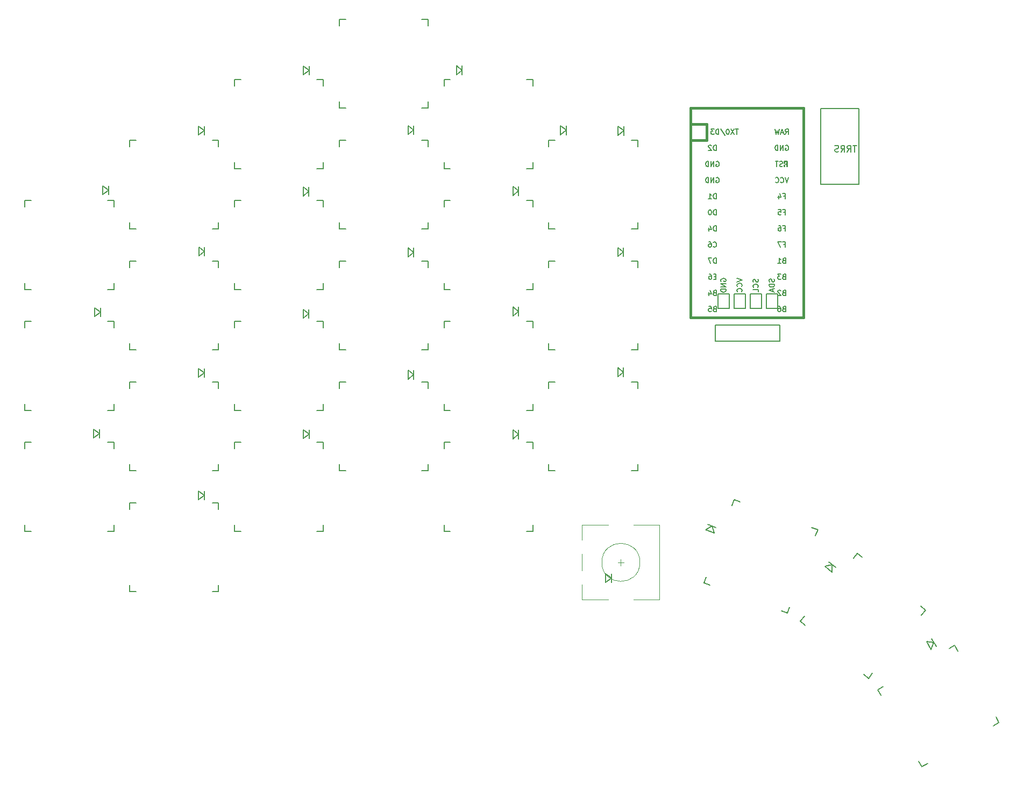
<source format=gbr>
%TF.GenerationSoftware,KiCad,Pcbnew,5.1.10-88a1d61d58~90~ubuntu20.04.1*%
%TF.CreationDate,2021-08-28T15:33:20+01:00*%
%TF.ProjectId,scrawler,73637261-776c-4657-922e-6b696361645f,rev?*%
%TF.SameCoordinates,Original*%
%TF.FileFunction,Legend,Bot*%
%TF.FilePolarity,Positive*%
%FSLAX46Y46*%
G04 Gerber Fmt 4.6, Leading zero omitted, Abs format (unit mm)*
G04 Created by KiCad (PCBNEW 5.1.10-88a1d61d58~90~ubuntu20.04.1) date 2021-08-28 15:33:20*
%MOMM*%
%LPD*%
G01*
G04 APERTURE LIST*
%ADD10C,0.150000*%
%ADD11C,0.381000*%
%ADD12C,0.120000*%
G04 APERTURE END LIST*
D10*
%TO.C,J2*%
X194462200Y-66660800D02*
X194462200Y-54660800D01*
X200462200Y-66660800D02*
X194462200Y-66660800D01*
X200462200Y-54660800D02*
X200462200Y-66660800D01*
X194462200Y-54660800D02*
X200462200Y-54660800D01*
D11*
%TO.C,U1*%
X176555400Y-59651900D02*
X174015400Y-59651900D01*
X176555400Y-57111900D02*
X176555400Y-59651900D01*
D10*
G36*
X188950035Y-63400930D02*
G01*
X188950035Y-63500930D01*
X189050035Y-63500930D01*
X189050035Y-63400930D01*
X188950035Y-63400930D01*
G37*
X188950035Y-63400930D02*
X188950035Y-63500930D01*
X189050035Y-63500930D01*
X189050035Y-63400930D01*
X188950035Y-63400930D01*
G36*
X189150035Y-63000930D02*
G01*
X189150035Y-63800930D01*
X189250035Y-63800930D01*
X189250035Y-63000930D01*
X189150035Y-63000930D01*
G37*
X189150035Y-63000930D02*
X189150035Y-63800930D01*
X189250035Y-63800930D01*
X189250035Y-63000930D01*
X189150035Y-63000930D01*
G36*
X188750035Y-63600930D02*
G01*
X188750035Y-63800930D01*
X188850035Y-63800930D01*
X188850035Y-63600930D01*
X188750035Y-63600930D01*
G37*
X188750035Y-63600930D02*
X188750035Y-63800930D01*
X188850035Y-63800930D01*
X188850035Y-63600930D01*
X188750035Y-63600930D01*
G36*
X188750035Y-63000930D02*
G01*
X188750035Y-63300930D01*
X188850035Y-63300930D01*
X188850035Y-63000930D01*
X188750035Y-63000930D01*
G37*
X188750035Y-63000930D02*
X188750035Y-63300930D01*
X188850035Y-63300930D01*
X188850035Y-63000930D01*
X188750035Y-63000930D01*
G36*
X188750035Y-63000930D02*
G01*
X188750035Y-63100930D01*
X189250035Y-63100930D01*
X189250035Y-63000930D01*
X188750035Y-63000930D01*
G37*
X188750035Y-63000930D02*
X188750035Y-63100930D01*
X189250035Y-63100930D01*
X189250035Y-63000930D01*
X188750035Y-63000930D01*
D11*
X191795400Y-87591900D02*
X191795400Y-54571900D01*
X174015400Y-87591900D02*
X191795400Y-87591900D01*
X174015400Y-54571900D02*
X174015400Y-87591900D01*
X191795400Y-54571900D02*
X174015400Y-54571900D01*
X176555400Y-57111900D02*
X174015400Y-57111900D01*
D10*
%TO.C,SW9B1*%
X102195084Y-69200000D02*
X103195084Y-69200000D01*
X102195084Y-83200000D02*
X102195084Y-82200000D01*
X102195084Y-70200000D02*
X102195084Y-69200000D01*
X115195084Y-69200000D02*
X116195084Y-69200000D01*
X116195084Y-69200000D02*
X116195084Y-70200000D01*
X116195084Y-82200000D02*
X116195084Y-83200000D01*
X116195084Y-83200000D02*
X115195084Y-83200000D01*
X103195084Y-83200000D02*
X102195084Y-83200000D01*
%TO.C,SW9*%
X102195084Y-70200000D02*
X102195084Y-69200000D01*
X102195084Y-83200000D02*
X102195084Y-82200000D01*
X103195084Y-83200000D02*
X102195084Y-83200000D01*
X116195084Y-82200000D02*
X116195084Y-83200000D01*
X116195084Y-83200000D02*
X115195084Y-83200000D01*
X116195084Y-69200000D02*
X116195084Y-70200000D01*
X115195084Y-69200000D02*
X116195084Y-69200000D01*
X102195084Y-69200000D02*
X103195084Y-69200000D01*
%TO.C,SW8B1*%
X85697784Y-78725000D02*
X86697784Y-78725000D01*
X85697784Y-92725000D02*
X85697784Y-91725000D01*
X85697784Y-79725000D02*
X85697784Y-78725000D01*
X98697784Y-78725000D02*
X99697784Y-78725000D01*
X99697784Y-78725000D02*
X99697784Y-79725000D01*
X99697784Y-91725000D02*
X99697784Y-92725000D01*
X99697784Y-92725000D02*
X98697784Y-92725000D01*
X86697784Y-92725000D02*
X85697784Y-92725000D01*
%TO.C,SW8*%
X85697784Y-79725000D02*
X85697784Y-78725000D01*
X85697784Y-92725000D02*
X85697784Y-91725000D01*
X86697784Y-92725000D02*
X85697784Y-92725000D01*
X99697784Y-91725000D02*
X99697784Y-92725000D01*
X99697784Y-92725000D02*
X98697784Y-92725000D01*
X99697784Y-78725000D02*
X99697784Y-79725000D01*
X98697784Y-78725000D02*
X99697784Y-78725000D01*
X85697784Y-78725000D02*
X86697784Y-78725000D01*
%TO.C,SW7B1*%
X69200000Y-88250000D02*
X70200000Y-88250000D01*
X69200000Y-102250000D02*
X69200000Y-101250000D01*
X69200000Y-89250000D02*
X69200000Y-88250000D01*
X82200000Y-88250000D02*
X83200000Y-88250000D01*
X83200000Y-88250000D02*
X83200000Y-89250000D01*
X83200000Y-101250000D02*
X83200000Y-102250000D01*
X83200000Y-102250000D02*
X82200000Y-102250000D01*
X70200000Y-102250000D02*
X69200000Y-102250000D01*
%TO.C,SW7*%
X69200000Y-89250000D02*
X69200000Y-88250000D01*
X69200000Y-102250000D02*
X69200000Y-101250000D01*
X70200000Y-102250000D02*
X69200000Y-102250000D01*
X83200000Y-101250000D02*
X83200000Y-102250000D01*
X83200000Y-102250000D02*
X82200000Y-102250000D01*
X83200000Y-88250000D02*
X83200000Y-89250000D01*
X82200000Y-88250000D02*
X83200000Y-88250000D01*
X69200000Y-88250000D02*
X70200000Y-88250000D01*
%TO.C,SW6B1*%
X151688920Y-59675000D02*
X152688920Y-59675000D01*
X151688920Y-73675000D02*
X151688920Y-72675000D01*
X151688920Y-60675000D02*
X151688920Y-59675000D01*
X164688920Y-59675000D02*
X165688920Y-59675000D01*
X165688920Y-59675000D02*
X165688920Y-60675000D01*
X165688920Y-72675000D02*
X165688920Y-73675000D01*
X165688920Y-73675000D02*
X164688920Y-73675000D01*
X152688920Y-73675000D02*
X151688920Y-73675000D01*
%TO.C,SW6*%
X151688920Y-60675000D02*
X151688920Y-59675000D01*
X151688920Y-73675000D02*
X151688920Y-72675000D01*
X152688920Y-73675000D02*
X151688920Y-73675000D01*
X165688920Y-72675000D02*
X165688920Y-73675000D01*
X165688920Y-73675000D02*
X164688920Y-73675000D01*
X165688920Y-59675000D02*
X165688920Y-60675000D01*
X164688920Y-59675000D02*
X165688920Y-59675000D01*
X151688920Y-59675000D02*
X152688920Y-59675000D01*
%TO.C,SW5B1*%
X135191136Y-50150000D02*
X136191136Y-50150000D01*
X135191136Y-64150000D02*
X135191136Y-63150000D01*
X135191136Y-51150000D02*
X135191136Y-50150000D01*
X148191136Y-50150000D02*
X149191136Y-50150000D01*
X149191136Y-50150000D02*
X149191136Y-51150000D01*
X149191136Y-63150000D02*
X149191136Y-64150000D01*
X149191136Y-64150000D02*
X148191136Y-64150000D01*
X136191136Y-64150000D02*
X135191136Y-64150000D01*
%TO.C,SW5*%
X135191136Y-51150000D02*
X135191136Y-50150000D01*
X135191136Y-64150000D02*
X135191136Y-63150000D01*
X136191136Y-64150000D02*
X135191136Y-64150000D01*
X149191136Y-63150000D02*
X149191136Y-64150000D01*
X149191136Y-64150000D02*
X148191136Y-64150000D01*
X149191136Y-50150000D02*
X149191136Y-51150000D01*
X148191136Y-50150000D02*
X149191136Y-50150000D01*
X135191136Y-50150000D02*
X136191136Y-50150000D01*
%TO.C,SW4B1*%
X118693352Y-40625000D02*
X119693352Y-40625000D01*
X118693352Y-54625000D02*
X118693352Y-53625000D01*
X118693352Y-41625000D02*
X118693352Y-40625000D01*
X131693352Y-40625000D02*
X132693352Y-40625000D01*
X132693352Y-40625000D02*
X132693352Y-41625000D01*
X132693352Y-53625000D02*
X132693352Y-54625000D01*
X132693352Y-54625000D02*
X131693352Y-54625000D01*
X119693352Y-54625000D02*
X118693352Y-54625000D01*
%TO.C,SW4*%
X118693352Y-41625000D02*
X118693352Y-40625000D01*
X118693352Y-54625000D02*
X118693352Y-53625000D01*
X119693352Y-54625000D02*
X118693352Y-54625000D01*
X132693352Y-53625000D02*
X132693352Y-54625000D01*
X132693352Y-54625000D02*
X131693352Y-54625000D01*
X132693352Y-40625000D02*
X132693352Y-41625000D01*
X131693352Y-40625000D02*
X132693352Y-40625000D01*
X118693352Y-40625000D02*
X119693352Y-40625000D01*
%TO.C,SW3B1*%
X102195084Y-50150000D02*
X103195084Y-50150000D01*
X102195084Y-64150000D02*
X102195084Y-63150000D01*
X102195084Y-51150000D02*
X102195084Y-50150000D01*
X115195084Y-50150000D02*
X116195084Y-50150000D01*
X116195084Y-50150000D02*
X116195084Y-51150000D01*
X116195084Y-63150000D02*
X116195084Y-64150000D01*
X116195084Y-64150000D02*
X115195084Y-64150000D01*
X103195084Y-64150000D02*
X102195084Y-64150000D01*
%TO.C,SW3*%
X102195084Y-51150000D02*
X102195084Y-50150000D01*
X102195084Y-64150000D02*
X102195084Y-63150000D01*
X103195084Y-64150000D02*
X102195084Y-64150000D01*
X116195084Y-63150000D02*
X116195084Y-64150000D01*
X116195084Y-64150000D02*
X115195084Y-64150000D01*
X116195084Y-50150000D02*
X116195084Y-51150000D01*
X115195084Y-50150000D02*
X116195084Y-50150000D01*
X102195084Y-50150000D02*
X103195084Y-50150000D01*
%TO.C,SW2B1*%
X85697784Y-59675000D02*
X86697784Y-59675000D01*
X85697784Y-73675000D02*
X85697784Y-72675000D01*
X85697784Y-60675000D02*
X85697784Y-59675000D01*
X98697784Y-59675000D02*
X99697784Y-59675000D01*
X99697784Y-59675000D02*
X99697784Y-60675000D01*
X99697784Y-72675000D02*
X99697784Y-73675000D01*
X99697784Y-73675000D02*
X98697784Y-73675000D01*
X86697784Y-73675000D02*
X85697784Y-73675000D01*
%TO.C,SW2*%
X85697784Y-60675000D02*
X85697784Y-59675000D01*
X85697784Y-73675000D02*
X85697784Y-72675000D01*
X86697784Y-73675000D02*
X85697784Y-73675000D01*
X99697784Y-72675000D02*
X99697784Y-73675000D01*
X99697784Y-73675000D02*
X98697784Y-73675000D01*
X99697784Y-59675000D02*
X99697784Y-60675000D01*
X98697784Y-59675000D02*
X99697784Y-59675000D01*
X85697784Y-59675000D02*
X86697784Y-59675000D01*
%TO.C,SW26B1*%
X215553878Y-139307222D02*
X216053878Y-140173248D01*
X203429522Y-146307222D02*
X204295548Y-145807222D01*
X214687852Y-139807222D02*
X215553878Y-139307222D01*
X222053878Y-150565552D02*
X222553878Y-151431578D01*
X222553878Y-151431578D02*
X221687852Y-151931578D01*
X211295548Y-157931578D02*
X210429522Y-158431578D01*
X210429522Y-158431578D02*
X209929522Y-157565552D01*
X203929522Y-147173248D02*
X203429522Y-146307222D01*
%TO.C,SW26*%
X214687852Y-139807222D02*
X215553878Y-139307222D01*
X203429522Y-146307222D02*
X204295548Y-145807222D01*
X203929522Y-147173248D02*
X203429522Y-146307222D01*
X211295548Y-157931578D02*
X210429522Y-158431578D01*
X210429522Y-158431578D02*
X209929522Y-157565552D01*
X222553878Y-151431578D02*
X221687852Y-151931578D01*
X222053878Y-150565552D02*
X222553878Y-151431578D01*
X215553878Y-139307222D02*
X216053878Y-140173248D01*
%TO.C,SW25B1*%
X200267102Y-124758176D02*
X201033147Y-125400963D01*
X191268076Y-135482798D02*
X191910863Y-134716753D01*
X199624315Y-125524220D02*
X200267102Y-124758176D01*
X210225680Y-133114415D02*
X210991724Y-133757202D01*
X210991724Y-133757202D02*
X210348937Y-134523247D01*
X202635485Y-143715780D02*
X201992698Y-144481824D01*
X201992698Y-144481824D02*
X201226653Y-143839037D01*
X192034120Y-136125585D02*
X191268076Y-135482798D01*
%TO.C,SW25*%
X199624315Y-125524220D02*
X200267102Y-124758176D01*
X191268076Y-135482798D02*
X191910863Y-134716753D01*
X192034120Y-136125585D02*
X191268076Y-135482798D01*
X202635485Y-143715780D02*
X201992698Y-144481824D01*
X201992698Y-144481824D02*
X201226653Y-143839037D01*
X210991724Y-133757202D02*
X210348937Y-134523247D01*
X210225680Y-133114415D02*
X210991724Y-133757202D01*
X200267102Y-124758176D02*
X201033147Y-125400963D01*
%TO.C,SW24B1*%
X180867993Y-116288111D02*
X181807685Y-116630131D01*
X176079711Y-129443807D02*
X176421731Y-128504115D01*
X180525973Y-117227803D02*
X180867993Y-116288111D01*
X193083997Y-120734373D02*
X194023689Y-121076393D01*
X194023689Y-121076393D02*
X193681669Y-122016085D01*
X189577427Y-133292397D02*
X189235407Y-134232089D01*
X189235407Y-134232089D02*
X188295715Y-133890069D01*
X177019403Y-129785827D02*
X176079711Y-129443807D01*
%TO.C,SW24*%
X180525973Y-117227803D02*
X180867993Y-116288111D01*
X176079711Y-129443807D02*
X176421731Y-128504115D01*
X177019403Y-129785827D02*
X176079711Y-129443807D01*
X189577427Y-133292397D02*
X189235407Y-134232089D01*
X189235407Y-134232089D02*
X188295715Y-133890069D01*
X194023689Y-121076393D02*
X193681669Y-122016085D01*
X193083997Y-120734373D02*
X194023689Y-121076393D01*
X180867993Y-116288111D02*
X181807685Y-116630131D01*
%TO.C,SW22B1*%
X135191136Y-107300000D02*
X136191136Y-107300000D01*
X135191136Y-121300000D02*
X135191136Y-120300000D01*
X135191136Y-108300000D02*
X135191136Y-107300000D01*
X148191136Y-107300000D02*
X149191136Y-107300000D01*
X149191136Y-107300000D02*
X149191136Y-108300000D01*
X149191136Y-120300000D02*
X149191136Y-121300000D01*
X149191136Y-121300000D02*
X148191136Y-121300000D01*
X136191136Y-121300000D02*
X135191136Y-121300000D01*
%TO.C,SW22*%
X135191136Y-108300000D02*
X135191136Y-107300000D01*
X135191136Y-121300000D02*
X135191136Y-120300000D01*
X136191136Y-121300000D02*
X135191136Y-121300000D01*
X149191136Y-120300000D02*
X149191136Y-121300000D01*
X149191136Y-121300000D02*
X148191136Y-121300000D01*
X149191136Y-107300000D02*
X149191136Y-108300000D01*
X148191136Y-107300000D02*
X149191136Y-107300000D01*
X135191136Y-107300000D02*
X136191136Y-107300000D01*
%TO.C,SW21B1*%
X118693352Y-97775000D02*
X119693352Y-97775000D01*
X118693352Y-111775000D02*
X118693352Y-110775000D01*
X118693352Y-98775000D02*
X118693352Y-97775000D01*
X131693352Y-97775000D02*
X132693352Y-97775000D01*
X132693352Y-97775000D02*
X132693352Y-98775000D01*
X132693352Y-110775000D02*
X132693352Y-111775000D01*
X132693352Y-111775000D02*
X131693352Y-111775000D01*
X119693352Y-111775000D02*
X118693352Y-111775000D01*
%TO.C,SW21*%
X118693352Y-98775000D02*
X118693352Y-97775000D01*
X118693352Y-111775000D02*
X118693352Y-110775000D01*
X119693352Y-111775000D02*
X118693352Y-111775000D01*
X132693352Y-110775000D02*
X132693352Y-111775000D01*
X132693352Y-111775000D02*
X131693352Y-111775000D01*
X132693352Y-97775000D02*
X132693352Y-98775000D01*
X131693352Y-97775000D02*
X132693352Y-97775000D01*
X118693352Y-97775000D02*
X119693352Y-97775000D01*
%TO.C,SW20B1*%
X102195084Y-107300000D02*
X103195084Y-107300000D01*
X102195084Y-121300000D02*
X102195084Y-120300000D01*
X102195084Y-108300000D02*
X102195084Y-107300000D01*
X115195084Y-107300000D02*
X116195084Y-107300000D01*
X116195084Y-107300000D02*
X116195084Y-108300000D01*
X116195084Y-120300000D02*
X116195084Y-121300000D01*
X116195084Y-121300000D02*
X115195084Y-121300000D01*
X103195084Y-121300000D02*
X102195084Y-121300000D01*
%TO.C,SW20*%
X102195084Y-108300000D02*
X102195084Y-107300000D01*
X102195084Y-121300000D02*
X102195084Y-120300000D01*
X103195084Y-121300000D02*
X102195084Y-121300000D01*
X116195084Y-120300000D02*
X116195084Y-121300000D01*
X116195084Y-121300000D02*
X115195084Y-121300000D01*
X116195084Y-107300000D02*
X116195084Y-108300000D01*
X115195084Y-107300000D02*
X116195084Y-107300000D01*
X102195084Y-107300000D02*
X103195084Y-107300000D01*
%TO.C,SW1B1*%
X69200000Y-69200000D02*
X70200000Y-69200000D01*
X69200000Y-83200000D02*
X69200000Y-82200000D01*
X69200000Y-70200000D02*
X69200000Y-69200000D01*
X82200000Y-69200000D02*
X83200000Y-69200000D01*
X83200000Y-69200000D02*
X83200000Y-70200000D01*
X83200000Y-82200000D02*
X83200000Y-83200000D01*
X83200000Y-83200000D02*
X82200000Y-83200000D01*
X70200000Y-83200000D02*
X69200000Y-83200000D01*
%TO.C,SW1*%
X69200000Y-70200000D02*
X69200000Y-69200000D01*
X69200000Y-83200000D02*
X69200000Y-82200000D01*
X70200000Y-83200000D02*
X69200000Y-83200000D01*
X83200000Y-82200000D02*
X83200000Y-83200000D01*
X83200000Y-83200000D02*
X82200000Y-83200000D01*
X83200000Y-69200000D02*
X83200000Y-70200000D01*
X82200000Y-69200000D02*
X83200000Y-69200000D01*
X69200000Y-69200000D02*
X70200000Y-69200000D01*
%TO.C,SW19B1*%
X85697784Y-116825000D02*
X86697784Y-116825000D01*
X85697784Y-130825000D02*
X85697784Y-129825000D01*
X85697784Y-117825000D02*
X85697784Y-116825000D01*
X98697784Y-116825000D02*
X99697784Y-116825000D01*
X99697784Y-116825000D02*
X99697784Y-117825000D01*
X99697784Y-129825000D02*
X99697784Y-130825000D01*
X99697784Y-130825000D02*
X98697784Y-130825000D01*
X86697784Y-130825000D02*
X85697784Y-130825000D01*
%TO.C,SW19*%
X85697784Y-117825000D02*
X85697784Y-116825000D01*
X85697784Y-130825000D02*
X85697784Y-129825000D01*
X86697784Y-130825000D02*
X85697784Y-130825000D01*
X99697784Y-129825000D02*
X99697784Y-130825000D01*
X99697784Y-130825000D02*
X98697784Y-130825000D01*
X99697784Y-116825000D02*
X99697784Y-117825000D01*
X98697784Y-116825000D02*
X99697784Y-116825000D01*
X85697784Y-116825000D02*
X86697784Y-116825000D01*
%TO.C,SW18B1*%
X151688920Y-97775000D02*
X152688920Y-97775000D01*
X151688920Y-111775000D02*
X151688920Y-110775000D01*
X151688920Y-98775000D02*
X151688920Y-97775000D01*
X164688920Y-97775000D02*
X165688920Y-97775000D01*
X165688920Y-97775000D02*
X165688920Y-98775000D01*
X165688920Y-110775000D02*
X165688920Y-111775000D01*
X165688920Y-111775000D02*
X164688920Y-111775000D01*
X152688920Y-111775000D02*
X151688920Y-111775000D01*
%TO.C,SW18*%
X151688920Y-98775000D02*
X151688920Y-97775000D01*
X151688920Y-111775000D02*
X151688920Y-110775000D01*
X152688920Y-111775000D02*
X151688920Y-111775000D01*
X165688920Y-110775000D02*
X165688920Y-111775000D01*
X165688920Y-111775000D02*
X164688920Y-111775000D01*
X165688920Y-97775000D02*
X165688920Y-98775000D01*
X164688920Y-97775000D02*
X165688920Y-97775000D01*
X151688920Y-97775000D02*
X152688920Y-97775000D01*
%TO.C,SW17B1*%
X135191136Y-88250000D02*
X136191136Y-88250000D01*
X135191136Y-102250000D02*
X135191136Y-101250000D01*
X135191136Y-89250000D02*
X135191136Y-88250000D01*
X148191136Y-88250000D02*
X149191136Y-88250000D01*
X149191136Y-88250000D02*
X149191136Y-89250000D01*
X149191136Y-101250000D02*
X149191136Y-102250000D01*
X149191136Y-102250000D02*
X148191136Y-102250000D01*
X136191136Y-102250000D02*
X135191136Y-102250000D01*
%TO.C,SW17*%
X135191136Y-89250000D02*
X135191136Y-88250000D01*
X135191136Y-102250000D02*
X135191136Y-101250000D01*
X136191136Y-102250000D02*
X135191136Y-102250000D01*
X149191136Y-101250000D02*
X149191136Y-102250000D01*
X149191136Y-102250000D02*
X148191136Y-102250000D01*
X149191136Y-88250000D02*
X149191136Y-89250000D01*
X148191136Y-88250000D02*
X149191136Y-88250000D01*
X135191136Y-88250000D02*
X136191136Y-88250000D01*
%TO.C,SW16B1*%
X118693352Y-78725000D02*
X119693352Y-78725000D01*
X118693352Y-92725000D02*
X118693352Y-91725000D01*
X118693352Y-79725000D02*
X118693352Y-78725000D01*
X131693352Y-78725000D02*
X132693352Y-78725000D01*
X132693352Y-78725000D02*
X132693352Y-79725000D01*
X132693352Y-91725000D02*
X132693352Y-92725000D01*
X132693352Y-92725000D02*
X131693352Y-92725000D01*
X119693352Y-92725000D02*
X118693352Y-92725000D01*
%TO.C,SW16*%
X118693352Y-79725000D02*
X118693352Y-78725000D01*
X118693352Y-92725000D02*
X118693352Y-91725000D01*
X119693352Y-92725000D02*
X118693352Y-92725000D01*
X132693352Y-91725000D02*
X132693352Y-92725000D01*
X132693352Y-92725000D02*
X131693352Y-92725000D01*
X132693352Y-78725000D02*
X132693352Y-79725000D01*
X131693352Y-78725000D02*
X132693352Y-78725000D01*
X118693352Y-78725000D02*
X119693352Y-78725000D01*
%TO.C,SW15B1*%
X102195084Y-88250000D02*
X103195084Y-88250000D01*
X102195084Y-102250000D02*
X102195084Y-101250000D01*
X102195084Y-89250000D02*
X102195084Y-88250000D01*
X115195084Y-88250000D02*
X116195084Y-88250000D01*
X116195084Y-88250000D02*
X116195084Y-89250000D01*
X116195084Y-101250000D02*
X116195084Y-102250000D01*
X116195084Y-102250000D02*
X115195084Y-102250000D01*
X103195084Y-102250000D02*
X102195084Y-102250000D01*
%TO.C,SW15*%
X102195084Y-89250000D02*
X102195084Y-88250000D01*
X102195084Y-102250000D02*
X102195084Y-101250000D01*
X103195084Y-102250000D02*
X102195084Y-102250000D01*
X116195084Y-101250000D02*
X116195084Y-102250000D01*
X116195084Y-102250000D02*
X115195084Y-102250000D01*
X116195084Y-88250000D02*
X116195084Y-89250000D01*
X115195084Y-88250000D02*
X116195084Y-88250000D01*
X102195084Y-88250000D02*
X103195084Y-88250000D01*
%TO.C,SW14B1*%
X85697784Y-97775000D02*
X86697784Y-97775000D01*
X85697784Y-111775000D02*
X85697784Y-110775000D01*
X85697784Y-98775000D02*
X85697784Y-97775000D01*
X98697784Y-97775000D02*
X99697784Y-97775000D01*
X99697784Y-97775000D02*
X99697784Y-98775000D01*
X99697784Y-110775000D02*
X99697784Y-111775000D01*
X99697784Y-111775000D02*
X98697784Y-111775000D01*
X86697784Y-111775000D02*
X85697784Y-111775000D01*
%TO.C,SW14*%
X85697784Y-98775000D02*
X85697784Y-97775000D01*
X85697784Y-111775000D02*
X85697784Y-110775000D01*
X86697784Y-111775000D02*
X85697784Y-111775000D01*
X99697784Y-110775000D02*
X99697784Y-111775000D01*
X99697784Y-111775000D02*
X98697784Y-111775000D01*
X99697784Y-97775000D02*
X99697784Y-98775000D01*
X98697784Y-97775000D02*
X99697784Y-97775000D01*
X85697784Y-97775000D02*
X86697784Y-97775000D01*
%TO.C,SW13B1*%
X69200000Y-107300000D02*
X70200000Y-107300000D01*
X69200000Y-121300000D02*
X69200000Y-120300000D01*
X69200000Y-108300000D02*
X69200000Y-107300000D01*
X82200000Y-107300000D02*
X83200000Y-107300000D01*
X83200000Y-107300000D02*
X83200000Y-108300000D01*
X83200000Y-120300000D02*
X83200000Y-121300000D01*
X83200000Y-121300000D02*
X82200000Y-121300000D01*
X70200000Y-121300000D02*
X69200000Y-121300000D01*
%TO.C,SW13*%
X69200000Y-108300000D02*
X69200000Y-107300000D01*
X69200000Y-121300000D02*
X69200000Y-120300000D01*
X70200000Y-121300000D02*
X69200000Y-121300000D01*
X83200000Y-120300000D02*
X83200000Y-121300000D01*
X83200000Y-121300000D02*
X82200000Y-121300000D01*
X83200000Y-107300000D02*
X83200000Y-108300000D01*
X82200000Y-107300000D02*
X83200000Y-107300000D01*
X69200000Y-107300000D02*
X70200000Y-107300000D01*
%TO.C,SW12B1*%
X151688920Y-78725000D02*
X152688920Y-78725000D01*
X151688920Y-92725000D02*
X151688920Y-91725000D01*
X151688920Y-79725000D02*
X151688920Y-78725000D01*
X164688920Y-78725000D02*
X165688920Y-78725000D01*
X165688920Y-78725000D02*
X165688920Y-79725000D01*
X165688920Y-91725000D02*
X165688920Y-92725000D01*
X165688920Y-92725000D02*
X164688920Y-92725000D01*
X152688920Y-92725000D02*
X151688920Y-92725000D01*
%TO.C,SW12*%
X151688920Y-79725000D02*
X151688920Y-78725000D01*
X151688920Y-92725000D02*
X151688920Y-91725000D01*
X152688920Y-92725000D02*
X151688920Y-92725000D01*
X165688920Y-91725000D02*
X165688920Y-92725000D01*
X165688920Y-92725000D02*
X164688920Y-92725000D01*
X165688920Y-78725000D02*
X165688920Y-79725000D01*
X164688920Y-78725000D02*
X165688920Y-78725000D01*
X151688920Y-78725000D02*
X152688920Y-78725000D01*
%TO.C,SW11B1*%
X135191136Y-69200000D02*
X136191136Y-69200000D01*
X135191136Y-83200000D02*
X135191136Y-82200000D01*
X135191136Y-70200000D02*
X135191136Y-69200000D01*
X148191136Y-69200000D02*
X149191136Y-69200000D01*
X149191136Y-69200000D02*
X149191136Y-70200000D01*
X149191136Y-82200000D02*
X149191136Y-83200000D01*
X149191136Y-83200000D02*
X148191136Y-83200000D01*
X136191136Y-83200000D02*
X135191136Y-83200000D01*
%TO.C,SW11*%
X135191136Y-70200000D02*
X135191136Y-69200000D01*
X135191136Y-83200000D02*
X135191136Y-82200000D01*
X136191136Y-83200000D02*
X135191136Y-83200000D01*
X149191136Y-82200000D02*
X149191136Y-83200000D01*
X149191136Y-83200000D02*
X148191136Y-83200000D01*
X149191136Y-69200000D02*
X149191136Y-70200000D01*
X148191136Y-69200000D02*
X149191136Y-69200000D01*
X135191136Y-69200000D02*
X136191136Y-69200000D01*
%TO.C,SW10B1*%
X118693352Y-59675000D02*
X119693352Y-59675000D01*
X118693352Y-73675000D02*
X118693352Y-72675000D01*
X118693352Y-60675000D02*
X118693352Y-59675000D01*
X131693352Y-59675000D02*
X132693352Y-59675000D01*
X132693352Y-59675000D02*
X132693352Y-60675000D01*
X132693352Y-72675000D02*
X132693352Y-73675000D01*
X132693352Y-73675000D02*
X131693352Y-73675000D01*
X119693352Y-73675000D02*
X118693352Y-73675000D01*
%TO.C,SW10*%
X118693352Y-60675000D02*
X118693352Y-59675000D01*
X118693352Y-73675000D02*
X118693352Y-72675000D01*
X119693352Y-73675000D02*
X118693352Y-73675000D01*
X132693352Y-72675000D02*
X132693352Y-73675000D01*
X132693352Y-73675000D02*
X131693352Y-73675000D01*
X132693352Y-59675000D02*
X132693352Y-60675000D01*
X131693352Y-59675000D02*
X132693352Y-59675000D01*
X118693352Y-59675000D02*
X119693352Y-59675000D01*
D12*
%TO.C,ROT_ENC*%
X165029900Y-132112600D02*
X169129900Y-132112600D01*
X169129900Y-132112600D02*
X169129900Y-120312600D01*
X165029900Y-120312600D02*
X169129900Y-120312600D01*
X156929900Y-120312600D02*
X161029900Y-120312600D01*
X156929900Y-122712600D02*
X156929900Y-120312600D01*
X156929900Y-127512600D02*
X156929900Y-124912600D01*
X156929900Y-132112600D02*
X156929900Y-129712600D01*
X161029900Y-132112600D02*
X156929900Y-132112600D01*
X166029900Y-126212600D02*
G75*
G03*
X166029900Y-126212600I-3000000J0D01*
G01*
X163029900Y-126712600D02*
X163029900Y-125712600D01*
X163529900Y-126212600D02*
X162529900Y-126212600D01*
D10*
%TO.C,JP8*%
X180093620Y-86194900D02*
X180093620Y-83908900D01*
X180093620Y-83908900D02*
X178315620Y-83908900D01*
X178315620Y-83908900D02*
X178315620Y-86194900D01*
X178315620Y-86194900D02*
X180093620Y-86194900D01*
%TO.C,JP7*%
X182633620Y-86194900D02*
X182633620Y-83908900D01*
X182633620Y-83908900D02*
X180855620Y-83908900D01*
X180855620Y-83908900D02*
X180855620Y-86194900D01*
X180855620Y-86194900D02*
X182633620Y-86194900D01*
%TO.C,JP6*%
X185173620Y-86194900D02*
X185173620Y-83908900D01*
X185173620Y-83908900D02*
X183395620Y-83908900D01*
X183395620Y-83908900D02*
X183395620Y-86194900D01*
X183395620Y-86194900D02*
X185173620Y-86194900D01*
%TO.C,JP5*%
X187713620Y-86194900D02*
X187713620Y-83908900D01*
X187713620Y-83908900D02*
X185935620Y-83908900D01*
X185935620Y-83908900D02*
X185935620Y-86194900D01*
X185935620Y-86194900D02*
X187713620Y-86194900D01*
%TO.C,OLED*%
X177934620Y-88781890D02*
X188094620Y-88781890D01*
X188094620Y-88781890D02*
X188094620Y-91321890D01*
X188094620Y-91321890D02*
X177934620Y-91321890D01*
X177934620Y-91321890D02*
X177934620Y-88781890D01*
%TO.C,D26*%
X212307113Y-138878500D02*
X211877690Y-139934718D01*
X211877690Y-139934718D02*
X211177690Y-138722282D01*
X211177690Y-138722282D02*
X212307113Y-138878500D01*
X212657113Y-139484718D02*
X211957113Y-138272282D01*
%TO.C,D25*%
X196295094Y-126578878D02*
X196252816Y-127718269D01*
X196252816Y-127718269D02*
X195180354Y-126818366D01*
X195180354Y-126818366D02*
X196295094Y-126578878D01*
X196831325Y-127028829D02*
X195758863Y-126128926D01*
%TO.C,D24*%
X177348710Y-120472254D02*
X177698677Y-121557391D01*
X177698677Y-121557391D02*
X176383107Y-121078563D01*
X176383107Y-121078563D02*
X177348710Y-120472254D01*
X178006495Y-120711668D02*
X176690925Y-120232840D01*
%TO.C,D23*%
X161510600Y-128689100D02*
X160610600Y-129389100D01*
X160610600Y-129389100D02*
X160610600Y-127989100D01*
X160610600Y-127989100D02*
X161510600Y-128689100D01*
X161510600Y-129389100D02*
X161510600Y-127989100D01*
%TO.C,D22*%
X146920100Y-106019600D02*
X146020100Y-106719600D01*
X146020100Y-106719600D02*
X146020100Y-105319600D01*
X146020100Y-105319600D02*
X146920100Y-106019600D01*
X146920100Y-106719600D02*
X146920100Y-105319600D01*
%TO.C,D21*%
X130433700Y-96621600D02*
X129533700Y-97321600D01*
X129533700Y-97321600D02*
X129533700Y-95921600D01*
X129533700Y-95921600D02*
X130433700Y-96621600D01*
X130433700Y-97321600D02*
X130433700Y-95921600D01*
%TO.C,D20*%
X113949100Y-105994200D02*
X113049100Y-106694200D01*
X113049100Y-106694200D02*
X113049100Y-105294200D01*
X113049100Y-105294200D02*
X113949100Y-105994200D01*
X113949100Y-106694200D02*
X113949100Y-105294200D01*
%TO.C,D19*%
X97451800Y-115633500D02*
X96551800Y-116333500D01*
X96551800Y-116333500D02*
X96551800Y-114933500D01*
X96551800Y-114933500D02*
X97451800Y-115633500D01*
X97451800Y-116333500D02*
X97451800Y-114933500D01*
%TO.C,D18*%
X163455500Y-96240600D02*
X162555500Y-96940600D01*
X162555500Y-96940600D02*
X162555500Y-95540600D01*
X162555500Y-95540600D02*
X163455500Y-96240600D01*
X163455500Y-96940600D02*
X163455500Y-95540600D01*
%TO.C,D17*%
X146945500Y-86664800D02*
X146045500Y-87364800D01*
X146045500Y-87364800D02*
X146045500Y-85964800D01*
X146045500Y-85964800D02*
X146945500Y-86664800D01*
X146945500Y-87364800D02*
X146945500Y-85964800D01*
%TO.C,D16*%
X130421000Y-77343000D02*
X129521000Y-78043000D01*
X129521000Y-78043000D02*
X129521000Y-76643000D01*
X129521000Y-76643000D02*
X130421000Y-77343000D01*
X130421000Y-78043000D02*
X130421000Y-76643000D01*
%TO.C,D15*%
X113912800Y-87045800D02*
X113012800Y-87745800D01*
X113012800Y-87745800D02*
X113012800Y-86345800D01*
X113012800Y-86345800D02*
X113912800Y-87045800D01*
X113912800Y-87745800D02*
X113912800Y-86345800D01*
%TO.C,D14*%
X97440900Y-96354900D02*
X96540900Y-97054900D01*
X96540900Y-97054900D02*
X96540900Y-95654900D01*
X96540900Y-95654900D02*
X97440900Y-96354900D01*
X97440900Y-97054900D02*
X97440900Y-95654900D01*
%TO.C,D13*%
X80940000Y-105918000D02*
X80040000Y-106618000D01*
X80040000Y-106618000D02*
X80040000Y-105218000D01*
X80040000Y-105218000D02*
X80940000Y-105918000D01*
X80940000Y-106618000D02*
X80940000Y-105218000D01*
%TO.C,D12*%
X163428300Y-77279500D02*
X162528300Y-77979500D01*
X162528300Y-77979500D02*
X162528300Y-76579500D01*
X162528300Y-76579500D02*
X163428300Y-77279500D01*
X163428300Y-77979500D02*
X163428300Y-76579500D01*
%TO.C,D11*%
X146931000Y-67665600D02*
X146031000Y-68365600D01*
X146031000Y-68365600D02*
X146031000Y-66965600D01*
X146031000Y-66965600D02*
X146931000Y-67665600D01*
X146931000Y-68365600D02*
X146931000Y-66965600D01*
%TO.C,D10*%
X130421000Y-58089800D02*
X129521000Y-58789800D01*
X129521000Y-58789800D02*
X129521000Y-57389800D01*
X129521000Y-57389800D02*
X130421000Y-58089800D01*
X130421000Y-58789800D02*
X130421000Y-57389800D01*
%TO.C,D9*%
X113911000Y-67767200D02*
X113011000Y-68467200D01*
X113011000Y-68467200D02*
X113011000Y-67067200D01*
X113011000Y-67067200D02*
X113911000Y-67767200D01*
X113911000Y-68467200D02*
X113911000Y-67067200D01*
%TO.C,D8*%
X97489900Y-77203300D02*
X96589900Y-77903300D01*
X96589900Y-77903300D02*
X96589900Y-76503300D01*
X96589900Y-76503300D02*
X97489900Y-77203300D01*
X97489900Y-77903300D02*
X97489900Y-76503300D01*
%TO.C,D7*%
X81081500Y-86766400D02*
X80181500Y-87466400D01*
X80181500Y-87466400D02*
X80181500Y-86066400D01*
X80181500Y-86066400D02*
X81081500Y-86766400D01*
X81081500Y-87466400D02*
X81081500Y-86066400D01*
%TO.C,D6*%
X163479100Y-58204100D02*
X162579100Y-58904100D01*
X162579100Y-58904100D02*
X162579100Y-57504100D01*
X162579100Y-57504100D02*
X163479100Y-58204100D01*
X163479100Y-58904100D02*
X163479100Y-57504100D01*
%TO.C,D5*%
X154436700Y-58115200D02*
X153536700Y-58815200D01*
X153536700Y-58815200D02*
X153536700Y-57415200D01*
X153536700Y-57415200D02*
X154436700Y-58115200D01*
X154436700Y-58815200D02*
X154436700Y-57415200D01*
%TO.C,D4*%
X138028300Y-48653700D02*
X137128300Y-49353700D01*
X137128300Y-49353700D02*
X137128300Y-47953700D01*
X137128300Y-47953700D02*
X138028300Y-48653700D01*
X138028300Y-49353700D02*
X138028300Y-47953700D01*
%TO.C,D3*%
X113974500Y-48679100D02*
X113074500Y-49379100D01*
X113074500Y-49379100D02*
X113074500Y-47979100D01*
X113074500Y-47979100D02*
X113974500Y-48679100D01*
X113974500Y-49379100D02*
X113974500Y-47979100D01*
%TO.C,D2*%
X97451800Y-58166000D02*
X96551800Y-58866000D01*
X96551800Y-58866000D02*
X96551800Y-57466000D01*
X96551800Y-57466000D02*
X97451800Y-58166000D01*
X97451800Y-58866000D02*
X97451800Y-57466000D01*
%TO.C,D1*%
X82349700Y-67551300D02*
X81449700Y-68251300D01*
X81449700Y-68251300D02*
X81449700Y-66851300D01*
X81449700Y-66851300D02*
X82349700Y-67551300D01*
X82349700Y-68251300D02*
X82349700Y-66851300D01*
%TO.C,J2*%
X200148604Y-60526680D02*
X199577176Y-60526680D01*
X199862890Y-61526680D02*
X199862890Y-60526680D01*
X198672414Y-61526680D02*
X199005747Y-61050490D01*
X199243842Y-61526680D02*
X199243842Y-60526680D01*
X198862890Y-60526680D01*
X198767652Y-60574300D01*
X198720033Y-60621919D01*
X198672414Y-60717157D01*
X198672414Y-60860014D01*
X198720033Y-60955252D01*
X198767652Y-61002871D01*
X198862890Y-61050490D01*
X199243842Y-61050490D01*
X197672414Y-61526680D02*
X198005747Y-61050490D01*
X198243842Y-61526680D02*
X198243842Y-60526680D01*
X197862890Y-60526680D01*
X197767652Y-60574300D01*
X197720033Y-60621919D01*
X197672414Y-60717157D01*
X197672414Y-60860014D01*
X197720033Y-60955252D01*
X197767652Y-61002871D01*
X197862890Y-61050490D01*
X198243842Y-61050490D01*
X197291461Y-61479061D02*
X197148604Y-61526680D01*
X196910509Y-61526680D01*
X196815271Y-61479061D01*
X196767652Y-61431442D01*
X196720033Y-61336204D01*
X196720033Y-61240966D01*
X196767652Y-61145728D01*
X196815271Y-61098109D01*
X196910509Y-61050490D01*
X197100985Y-61002871D01*
X197196223Y-60955252D01*
X197243842Y-60907633D01*
X197291461Y-60812395D01*
X197291461Y-60717157D01*
X197243842Y-60621919D01*
X197196223Y-60574300D01*
X197100985Y-60526680D01*
X196862890Y-60526680D01*
X196720033Y-60574300D01*
%TO.C,U1*%
X188478733Y-63765709D02*
X188364447Y-63803804D01*
X188173971Y-63803804D01*
X188097780Y-63765709D01*
X188059685Y-63727614D01*
X188021590Y-63651423D01*
X188021590Y-63575233D01*
X188059685Y-63499042D01*
X188097780Y-63460947D01*
X188173971Y-63422852D01*
X188326352Y-63384757D01*
X188402542Y-63346661D01*
X188440638Y-63308566D01*
X188478733Y-63232376D01*
X188478733Y-63156185D01*
X188440638Y-63079995D01*
X188402542Y-63041900D01*
X188326352Y-63003804D01*
X188135876Y-63003804D01*
X188021590Y-63041900D01*
X187793019Y-63003804D02*
X187335876Y-63003804D01*
X187564447Y-63803804D02*
X187564447Y-63003804D01*
X181524004Y-57943804D02*
X181066861Y-57943804D01*
X181295432Y-58743804D02*
X181295432Y-57943804D01*
X180876385Y-57943804D02*
X180343051Y-58743804D01*
X180343051Y-57943804D02*
X180876385Y-58743804D01*
X179885908Y-57943804D02*
X179809718Y-57943804D01*
X179733528Y-57981900D01*
X179695432Y-58019995D01*
X179657337Y-58096185D01*
X179619242Y-58248566D01*
X179619242Y-58439042D01*
X179657337Y-58591423D01*
X179695432Y-58667614D01*
X179733528Y-58705709D01*
X179809718Y-58743804D01*
X179885908Y-58743804D01*
X179962099Y-58705709D01*
X180000194Y-58667614D01*
X180038289Y-58591423D01*
X180076385Y-58439042D01*
X180076385Y-58248566D01*
X180038289Y-58096185D01*
X180000194Y-58019995D01*
X179962099Y-57981900D01*
X179885908Y-57943804D01*
X178704956Y-57905709D02*
X179390670Y-58934280D01*
X178438289Y-58743804D02*
X178438289Y-57943804D01*
X178247813Y-57943804D01*
X178133528Y-57981900D01*
X178057337Y-58058090D01*
X178019242Y-58134280D01*
X177981147Y-58286661D01*
X177981147Y-58400947D01*
X178019242Y-58553328D01*
X178057337Y-58629519D01*
X178133528Y-58705709D01*
X178247813Y-58743804D01*
X178438289Y-58743804D01*
X177714480Y-57943804D02*
X177219242Y-57943804D01*
X177485908Y-58248566D01*
X177371623Y-58248566D01*
X177295432Y-58286661D01*
X177257337Y-58324757D01*
X177219242Y-58400947D01*
X177219242Y-58591423D01*
X177257337Y-58667614D01*
X177295432Y-58705709D01*
X177371623Y-58743804D01*
X177600194Y-58743804D01*
X177676385Y-58705709D01*
X177714480Y-58667614D01*
X188690209Y-83724757D02*
X188575923Y-83762852D01*
X188537828Y-83800947D01*
X188499733Y-83877138D01*
X188499733Y-83991423D01*
X188537828Y-84067614D01*
X188575923Y-84105709D01*
X188652114Y-84143804D01*
X188956876Y-84143804D01*
X188956876Y-83343804D01*
X188690209Y-83343804D01*
X188614019Y-83381900D01*
X188575923Y-83419995D01*
X188537828Y-83496185D01*
X188537828Y-83572376D01*
X188575923Y-83648566D01*
X188614019Y-83686661D01*
X188690209Y-83724757D01*
X188956876Y-83724757D01*
X188194971Y-83419995D02*
X188156876Y-83381900D01*
X188080685Y-83343804D01*
X187890209Y-83343804D01*
X187814019Y-83381900D01*
X187775923Y-83419995D01*
X187737828Y-83496185D01*
X187737828Y-83572376D01*
X187775923Y-83686661D01*
X188233066Y-84143804D01*
X187737828Y-84143804D01*
X188633066Y-76104757D02*
X188899733Y-76104757D01*
X188899733Y-76523804D02*
X188899733Y-75723804D01*
X188518780Y-75723804D01*
X188290209Y-75723804D02*
X187756876Y-75723804D01*
X188099733Y-76523804D01*
X188633066Y-73564757D02*
X188899733Y-73564757D01*
X188899733Y-73983804D02*
X188899733Y-73183804D01*
X188518780Y-73183804D01*
X187871161Y-73183804D02*
X188023542Y-73183804D01*
X188099733Y-73221900D01*
X188137828Y-73259995D01*
X188214019Y-73374280D01*
X188252114Y-73526661D01*
X188252114Y-73831423D01*
X188214019Y-73907614D01*
X188175923Y-73945709D01*
X188099733Y-73983804D01*
X187947352Y-73983804D01*
X187871161Y-73945709D01*
X187833066Y-73907614D01*
X187794971Y-73831423D01*
X187794971Y-73640947D01*
X187833066Y-73564757D01*
X187871161Y-73526661D01*
X187947352Y-73488566D01*
X188099733Y-73488566D01*
X188175923Y-73526661D01*
X188214019Y-73564757D01*
X188252114Y-73640947D01*
X188633066Y-71024757D02*
X188899733Y-71024757D01*
X188899733Y-71443804D02*
X188899733Y-70643804D01*
X188518780Y-70643804D01*
X187833066Y-70643804D02*
X188214019Y-70643804D01*
X188252114Y-71024757D01*
X188214019Y-70986661D01*
X188137828Y-70948566D01*
X187947352Y-70948566D01*
X187871161Y-70986661D01*
X187833066Y-71024757D01*
X187794971Y-71100947D01*
X187794971Y-71291423D01*
X187833066Y-71367614D01*
X187871161Y-71405709D01*
X187947352Y-71443804D01*
X188137828Y-71443804D01*
X188214019Y-71405709D01*
X188252114Y-71367614D01*
X188918780Y-58743804D02*
X189185447Y-58362852D01*
X189375923Y-58743804D02*
X189375923Y-57943804D01*
X189071161Y-57943804D01*
X188994971Y-57981900D01*
X188956876Y-58019995D01*
X188918780Y-58096185D01*
X188918780Y-58210471D01*
X188956876Y-58286661D01*
X188994971Y-58324757D01*
X189071161Y-58362852D01*
X189375923Y-58362852D01*
X188614019Y-58515233D02*
X188233066Y-58515233D01*
X188690209Y-58743804D02*
X188423542Y-57943804D01*
X188156876Y-58743804D01*
X187966400Y-57943804D02*
X187775923Y-58743804D01*
X187623542Y-58172376D01*
X187471161Y-58743804D01*
X187280685Y-57943804D01*
X188975923Y-60521900D02*
X189052114Y-60483804D01*
X189166400Y-60483804D01*
X189280685Y-60521900D01*
X189356876Y-60598090D01*
X189394971Y-60674280D01*
X189433066Y-60826661D01*
X189433066Y-60940947D01*
X189394971Y-61093328D01*
X189356876Y-61169519D01*
X189280685Y-61245709D01*
X189166400Y-61283804D01*
X189090209Y-61283804D01*
X188975923Y-61245709D01*
X188937828Y-61207614D01*
X188937828Y-60940947D01*
X189090209Y-60940947D01*
X188594971Y-61283804D02*
X188594971Y-60483804D01*
X188137828Y-61283804D01*
X188137828Y-60483804D01*
X187756876Y-61283804D02*
X187756876Y-60483804D01*
X187566400Y-60483804D01*
X187452114Y-60521900D01*
X187375923Y-60598090D01*
X187337828Y-60674280D01*
X187299733Y-60826661D01*
X187299733Y-60940947D01*
X187337828Y-61093328D01*
X187375923Y-61169519D01*
X187452114Y-61245709D01*
X187566400Y-61283804D01*
X187756876Y-61283804D01*
X189433066Y-65563804D02*
X189166400Y-66363804D01*
X188899733Y-65563804D01*
X188175923Y-66287614D02*
X188214019Y-66325709D01*
X188328304Y-66363804D01*
X188404495Y-66363804D01*
X188518780Y-66325709D01*
X188594971Y-66249519D01*
X188633066Y-66173328D01*
X188671161Y-66020947D01*
X188671161Y-65906661D01*
X188633066Y-65754280D01*
X188594971Y-65678090D01*
X188518780Y-65601900D01*
X188404495Y-65563804D01*
X188328304Y-65563804D01*
X188214019Y-65601900D01*
X188175923Y-65639995D01*
X187375923Y-66287614D02*
X187414019Y-66325709D01*
X187528304Y-66363804D01*
X187604495Y-66363804D01*
X187718780Y-66325709D01*
X187794971Y-66249519D01*
X187833066Y-66173328D01*
X187871161Y-66020947D01*
X187871161Y-65906661D01*
X187833066Y-65754280D01*
X187794971Y-65678090D01*
X187718780Y-65601900D01*
X187604495Y-65563804D01*
X187528304Y-65563804D01*
X187414019Y-65601900D01*
X187375923Y-65639995D01*
X188633066Y-68484757D02*
X188899733Y-68484757D01*
X188899733Y-68903804D02*
X188899733Y-68103804D01*
X188518780Y-68103804D01*
X187871161Y-68370471D02*
X187871161Y-68903804D01*
X188061638Y-68065709D02*
X188252114Y-68637138D01*
X187756876Y-68637138D01*
X188690209Y-78644757D02*
X188575923Y-78682852D01*
X188537828Y-78720947D01*
X188499733Y-78797138D01*
X188499733Y-78911423D01*
X188537828Y-78987614D01*
X188575923Y-79025709D01*
X188652114Y-79063804D01*
X188956876Y-79063804D01*
X188956876Y-78263804D01*
X188690209Y-78263804D01*
X188614019Y-78301900D01*
X188575923Y-78339995D01*
X188537828Y-78416185D01*
X188537828Y-78492376D01*
X188575923Y-78568566D01*
X188614019Y-78606661D01*
X188690209Y-78644757D01*
X188956876Y-78644757D01*
X187737828Y-79063804D02*
X188194971Y-79063804D01*
X187966400Y-79063804D02*
X187966400Y-78263804D01*
X188042590Y-78378090D01*
X188118780Y-78454280D01*
X188194971Y-78492376D01*
X188690209Y-81184757D02*
X188575923Y-81222852D01*
X188537828Y-81260947D01*
X188499733Y-81337138D01*
X188499733Y-81451423D01*
X188537828Y-81527614D01*
X188575923Y-81565709D01*
X188652114Y-81603804D01*
X188956876Y-81603804D01*
X188956876Y-80803804D01*
X188690209Y-80803804D01*
X188614019Y-80841900D01*
X188575923Y-80879995D01*
X188537828Y-80956185D01*
X188537828Y-81032376D01*
X188575923Y-81108566D01*
X188614019Y-81146661D01*
X188690209Y-81184757D01*
X188956876Y-81184757D01*
X188233066Y-80803804D02*
X187737828Y-80803804D01*
X188004495Y-81108566D01*
X187890209Y-81108566D01*
X187814019Y-81146661D01*
X187775923Y-81184757D01*
X187737828Y-81260947D01*
X187737828Y-81451423D01*
X187775923Y-81527614D01*
X187814019Y-81565709D01*
X187890209Y-81603804D01*
X188118780Y-81603804D01*
X188194971Y-81565709D01*
X188233066Y-81527614D01*
X188690209Y-86264757D02*
X188575923Y-86302852D01*
X188537828Y-86340947D01*
X188499733Y-86417138D01*
X188499733Y-86531423D01*
X188537828Y-86607614D01*
X188575923Y-86645709D01*
X188652114Y-86683804D01*
X188956876Y-86683804D01*
X188956876Y-85883804D01*
X188690209Y-85883804D01*
X188614019Y-85921900D01*
X188575923Y-85959995D01*
X188537828Y-86036185D01*
X188537828Y-86112376D01*
X188575923Y-86188566D01*
X188614019Y-86226661D01*
X188690209Y-86264757D01*
X188956876Y-86264757D01*
X187814019Y-85883804D02*
X187966400Y-85883804D01*
X188042590Y-85921900D01*
X188080685Y-85959995D01*
X188156876Y-86074280D01*
X188194971Y-86226661D01*
X188194971Y-86531423D01*
X188156876Y-86607614D01*
X188118780Y-86645709D01*
X188042590Y-86683804D01*
X187890209Y-86683804D01*
X187814019Y-86645709D01*
X187775923Y-86607614D01*
X187737828Y-86531423D01*
X187737828Y-86340947D01*
X187775923Y-86264757D01*
X187814019Y-86226661D01*
X187890209Y-86188566D01*
X188042590Y-86188566D01*
X188118780Y-86226661D01*
X188156876Y-86264757D01*
X188194971Y-86340947D01*
X177768209Y-86264757D02*
X177653923Y-86302852D01*
X177615828Y-86340947D01*
X177577733Y-86417138D01*
X177577733Y-86531423D01*
X177615828Y-86607614D01*
X177653923Y-86645709D01*
X177730114Y-86683804D01*
X178034876Y-86683804D01*
X178034876Y-85883804D01*
X177768209Y-85883804D01*
X177692019Y-85921900D01*
X177653923Y-85959995D01*
X177615828Y-86036185D01*
X177615828Y-86112376D01*
X177653923Y-86188566D01*
X177692019Y-86226661D01*
X177768209Y-86264757D01*
X178034876Y-86264757D01*
X176853923Y-85883804D02*
X177234876Y-85883804D01*
X177272971Y-86264757D01*
X177234876Y-86226661D01*
X177158685Y-86188566D01*
X176968209Y-86188566D01*
X176892019Y-86226661D01*
X176853923Y-86264757D01*
X176815828Y-86340947D01*
X176815828Y-86531423D01*
X176853923Y-86607614D01*
X176892019Y-86645709D01*
X176968209Y-86683804D01*
X177158685Y-86683804D01*
X177234876Y-86645709D01*
X177272971Y-86607614D01*
X177768209Y-83724757D02*
X177653923Y-83762852D01*
X177615828Y-83800947D01*
X177577733Y-83877138D01*
X177577733Y-83991423D01*
X177615828Y-84067614D01*
X177653923Y-84105709D01*
X177730114Y-84143804D01*
X178034876Y-84143804D01*
X178034876Y-83343804D01*
X177768209Y-83343804D01*
X177692019Y-83381900D01*
X177653923Y-83419995D01*
X177615828Y-83496185D01*
X177615828Y-83572376D01*
X177653923Y-83648566D01*
X177692019Y-83686661D01*
X177768209Y-83724757D01*
X178034876Y-83724757D01*
X176892019Y-83610471D02*
X176892019Y-84143804D01*
X177082495Y-83305709D02*
X177272971Y-83877138D01*
X176777733Y-83877138D01*
X177996780Y-81184757D02*
X177730114Y-81184757D01*
X177615828Y-81603804D02*
X177996780Y-81603804D01*
X177996780Y-80803804D01*
X177615828Y-80803804D01*
X176930114Y-80803804D02*
X177082495Y-80803804D01*
X177158685Y-80841900D01*
X177196780Y-80879995D01*
X177272971Y-80994280D01*
X177311066Y-81146661D01*
X177311066Y-81451423D01*
X177272971Y-81527614D01*
X177234876Y-81565709D01*
X177158685Y-81603804D01*
X177006304Y-81603804D01*
X176930114Y-81565709D01*
X176892019Y-81527614D01*
X176853923Y-81451423D01*
X176853923Y-81260947D01*
X176892019Y-81184757D01*
X176930114Y-81146661D01*
X177006304Y-81108566D01*
X177158685Y-81108566D01*
X177234876Y-81146661D01*
X177272971Y-81184757D01*
X177311066Y-81260947D01*
X178034876Y-79063804D02*
X178034876Y-78263804D01*
X177844400Y-78263804D01*
X177730114Y-78301900D01*
X177653923Y-78378090D01*
X177615828Y-78454280D01*
X177577733Y-78606661D01*
X177577733Y-78720947D01*
X177615828Y-78873328D01*
X177653923Y-78949519D01*
X177730114Y-79025709D01*
X177844400Y-79063804D01*
X178034876Y-79063804D01*
X177311066Y-78263804D02*
X176777733Y-78263804D01*
X177120590Y-79063804D01*
X177577733Y-76447614D02*
X177615828Y-76485709D01*
X177730114Y-76523804D01*
X177806304Y-76523804D01*
X177920590Y-76485709D01*
X177996780Y-76409519D01*
X178034876Y-76333328D01*
X178072971Y-76180947D01*
X178072971Y-76066661D01*
X178034876Y-75914280D01*
X177996780Y-75838090D01*
X177920590Y-75761900D01*
X177806304Y-75723804D01*
X177730114Y-75723804D01*
X177615828Y-75761900D01*
X177577733Y-75799995D01*
X176892019Y-75723804D02*
X177044400Y-75723804D01*
X177120590Y-75761900D01*
X177158685Y-75799995D01*
X177234876Y-75914280D01*
X177272971Y-76066661D01*
X177272971Y-76371423D01*
X177234876Y-76447614D01*
X177196780Y-76485709D01*
X177120590Y-76523804D01*
X176968209Y-76523804D01*
X176892019Y-76485709D01*
X176853923Y-76447614D01*
X176815828Y-76371423D01*
X176815828Y-76180947D01*
X176853923Y-76104757D01*
X176892019Y-76066661D01*
X176968209Y-76028566D01*
X177120590Y-76028566D01*
X177196780Y-76066661D01*
X177234876Y-76104757D01*
X177272971Y-76180947D01*
X178034876Y-73983804D02*
X178034876Y-73183804D01*
X177844400Y-73183804D01*
X177730114Y-73221900D01*
X177653923Y-73298090D01*
X177615828Y-73374280D01*
X177577733Y-73526661D01*
X177577733Y-73640947D01*
X177615828Y-73793328D01*
X177653923Y-73869519D01*
X177730114Y-73945709D01*
X177844400Y-73983804D01*
X178034876Y-73983804D01*
X176892019Y-73450471D02*
X176892019Y-73983804D01*
X177082495Y-73145709D02*
X177272971Y-73717138D01*
X176777733Y-73717138D01*
X178053923Y-63061900D02*
X178130114Y-63023804D01*
X178244400Y-63023804D01*
X178358685Y-63061900D01*
X178434876Y-63138090D01*
X178472971Y-63214280D01*
X178511066Y-63366661D01*
X178511066Y-63480947D01*
X178472971Y-63633328D01*
X178434876Y-63709519D01*
X178358685Y-63785709D01*
X178244400Y-63823804D01*
X178168209Y-63823804D01*
X178053923Y-63785709D01*
X178015828Y-63747614D01*
X178015828Y-63480947D01*
X178168209Y-63480947D01*
X177672971Y-63823804D02*
X177672971Y-63023804D01*
X177215828Y-63823804D01*
X177215828Y-63023804D01*
X176834876Y-63823804D02*
X176834876Y-63023804D01*
X176644400Y-63023804D01*
X176530114Y-63061900D01*
X176453923Y-63138090D01*
X176415828Y-63214280D01*
X176377733Y-63366661D01*
X176377733Y-63480947D01*
X176415828Y-63633328D01*
X176453923Y-63709519D01*
X176530114Y-63785709D01*
X176644400Y-63823804D01*
X176834876Y-63823804D01*
X178053923Y-65601900D02*
X178130114Y-65563804D01*
X178244400Y-65563804D01*
X178358685Y-65601900D01*
X178434876Y-65678090D01*
X178472971Y-65754280D01*
X178511066Y-65906661D01*
X178511066Y-66020947D01*
X178472971Y-66173328D01*
X178434876Y-66249519D01*
X178358685Y-66325709D01*
X178244400Y-66363804D01*
X178168209Y-66363804D01*
X178053923Y-66325709D01*
X178015828Y-66287614D01*
X178015828Y-66020947D01*
X178168209Y-66020947D01*
X177672971Y-66363804D02*
X177672971Y-65563804D01*
X177215828Y-66363804D01*
X177215828Y-65563804D01*
X176834876Y-66363804D02*
X176834876Y-65563804D01*
X176644400Y-65563804D01*
X176530114Y-65601900D01*
X176453923Y-65678090D01*
X176415828Y-65754280D01*
X176377733Y-65906661D01*
X176377733Y-66020947D01*
X176415828Y-66173328D01*
X176453923Y-66249519D01*
X176530114Y-66325709D01*
X176644400Y-66363804D01*
X176834876Y-66363804D01*
X178034876Y-68903804D02*
X178034876Y-68103804D01*
X177844400Y-68103804D01*
X177730114Y-68141900D01*
X177653923Y-68218090D01*
X177615828Y-68294280D01*
X177577733Y-68446661D01*
X177577733Y-68560947D01*
X177615828Y-68713328D01*
X177653923Y-68789519D01*
X177730114Y-68865709D01*
X177844400Y-68903804D01*
X178034876Y-68903804D01*
X176815828Y-68903804D02*
X177272971Y-68903804D01*
X177044400Y-68903804D02*
X177044400Y-68103804D01*
X177120590Y-68218090D01*
X177196780Y-68294280D01*
X177272971Y-68332376D01*
X178034876Y-71443804D02*
X178034876Y-70643804D01*
X177844400Y-70643804D01*
X177730114Y-70681900D01*
X177653923Y-70758090D01*
X177615828Y-70834280D01*
X177577733Y-70986661D01*
X177577733Y-71100947D01*
X177615828Y-71253328D01*
X177653923Y-71329519D01*
X177730114Y-71405709D01*
X177844400Y-71443804D01*
X178034876Y-71443804D01*
X177082495Y-70643804D02*
X177006304Y-70643804D01*
X176930114Y-70681900D01*
X176892019Y-70719995D01*
X176853923Y-70796185D01*
X176815828Y-70948566D01*
X176815828Y-71139042D01*
X176853923Y-71291423D01*
X176892019Y-71367614D01*
X176930114Y-71405709D01*
X177006304Y-71443804D01*
X177082495Y-71443804D01*
X177158685Y-71405709D01*
X177196780Y-71367614D01*
X177234876Y-71291423D01*
X177272971Y-71139042D01*
X177272971Y-70948566D01*
X177234876Y-70796185D01*
X177196780Y-70719995D01*
X177158685Y-70681900D01*
X177082495Y-70643804D01*
X178034876Y-61283804D02*
X178034876Y-60483804D01*
X177844400Y-60483804D01*
X177730114Y-60521900D01*
X177653923Y-60598090D01*
X177615828Y-60674280D01*
X177577733Y-60826661D01*
X177577733Y-60940947D01*
X177615828Y-61093328D01*
X177653923Y-61169519D01*
X177730114Y-61245709D01*
X177844400Y-61283804D01*
X178034876Y-61283804D01*
X177272971Y-60559995D02*
X177234876Y-60521900D01*
X177158685Y-60483804D01*
X176968209Y-60483804D01*
X176892019Y-60521900D01*
X176853923Y-60559995D01*
X176815828Y-60636185D01*
X176815828Y-60712376D01*
X176853923Y-60826661D01*
X177311066Y-61283804D01*
X176815828Y-61283804D01*
%TO.C,JP8*%
X178798220Y-81930723D02*
X178759515Y-81853314D01*
X178759515Y-81737200D01*
X178798220Y-81621085D01*
X178875629Y-81543676D01*
X178953039Y-81504971D01*
X179107858Y-81466266D01*
X179223972Y-81466266D01*
X179378791Y-81504971D01*
X179456200Y-81543676D01*
X179533610Y-81621085D01*
X179572315Y-81737200D01*
X179572315Y-81814609D01*
X179533610Y-81930723D01*
X179494905Y-81969428D01*
X179223972Y-81969428D01*
X179223972Y-81814609D01*
X179572315Y-82317771D02*
X178759515Y-82317771D01*
X179572315Y-82782228D01*
X178759515Y-82782228D01*
X179572315Y-83169276D02*
X178759515Y-83169276D01*
X178759515Y-83362800D01*
X178798220Y-83478914D01*
X178875629Y-83556323D01*
X178953039Y-83595028D01*
X179107858Y-83633733D01*
X179223972Y-83633733D01*
X179378791Y-83595028D01*
X179456200Y-83556323D01*
X179533610Y-83478914D01*
X179572315Y-83362800D01*
X179572315Y-83169276D01*
%TO.C,JP7*%
X181299515Y-81466266D02*
X182112315Y-81737200D01*
X181299515Y-82008133D01*
X182034905Y-82743523D02*
X182073610Y-82704819D01*
X182112315Y-82588704D01*
X182112315Y-82511295D01*
X182073610Y-82395180D01*
X181996200Y-82317771D01*
X181918791Y-82279066D01*
X181763972Y-82240361D01*
X181647858Y-82240361D01*
X181493039Y-82279066D01*
X181415629Y-82317771D01*
X181338220Y-82395180D01*
X181299515Y-82511295D01*
X181299515Y-82588704D01*
X181338220Y-82704819D01*
X181376924Y-82743523D01*
X182034905Y-83556323D02*
X182073610Y-83517619D01*
X182112315Y-83401504D01*
X182112315Y-83324095D01*
X182073610Y-83207980D01*
X181996200Y-83130571D01*
X181918791Y-83091866D01*
X181763972Y-83053161D01*
X181647858Y-83053161D01*
X181493039Y-83091866D01*
X181415629Y-83130571D01*
X181338220Y-83207980D01*
X181299515Y-83324095D01*
X181299515Y-83401504D01*
X181338220Y-83517619D01*
X181376924Y-83556323D01*
%TO.C,JP6*%
X184613610Y-81582380D02*
X184652315Y-81698495D01*
X184652315Y-81892019D01*
X184613610Y-81969428D01*
X184574905Y-82008133D01*
X184497496Y-82046838D01*
X184420086Y-82046838D01*
X184342677Y-82008133D01*
X184303972Y-81969428D01*
X184265267Y-81892019D01*
X184226562Y-81737200D01*
X184187858Y-81659790D01*
X184149153Y-81621085D01*
X184071743Y-81582380D01*
X183994334Y-81582380D01*
X183916924Y-81621085D01*
X183878220Y-81659790D01*
X183839515Y-81737200D01*
X183839515Y-81930723D01*
X183878220Y-82046838D01*
X184574905Y-82859638D02*
X184613610Y-82820933D01*
X184652315Y-82704819D01*
X184652315Y-82627409D01*
X184613610Y-82511295D01*
X184536200Y-82433885D01*
X184458791Y-82395180D01*
X184303972Y-82356476D01*
X184187858Y-82356476D01*
X184033039Y-82395180D01*
X183955629Y-82433885D01*
X183878220Y-82511295D01*
X183839515Y-82627409D01*
X183839515Y-82704819D01*
X183878220Y-82820933D01*
X183916924Y-82859638D01*
X184652315Y-83595028D02*
X184652315Y-83207980D01*
X183839515Y-83207980D01*
%TO.C,JP5*%
X187153610Y-81563028D02*
X187192315Y-81679142D01*
X187192315Y-81872666D01*
X187153610Y-81950076D01*
X187114905Y-81988780D01*
X187037496Y-82027485D01*
X186960086Y-82027485D01*
X186882677Y-81988780D01*
X186843972Y-81950076D01*
X186805267Y-81872666D01*
X186766562Y-81717847D01*
X186727858Y-81640438D01*
X186689153Y-81601733D01*
X186611743Y-81563028D01*
X186534334Y-81563028D01*
X186456924Y-81601733D01*
X186418220Y-81640438D01*
X186379515Y-81717847D01*
X186379515Y-81911371D01*
X186418220Y-82027485D01*
X187192315Y-82375828D02*
X186379515Y-82375828D01*
X186379515Y-82569352D01*
X186418220Y-82685466D01*
X186495629Y-82762876D01*
X186573039Y-82801580D01*
X186727858Y-82840285D01*
X186843972Y-82840285D01*
X186998791Y-82801580D01*
X187076200Y-82762876D01*
X187153610Y-82685466D01*
X187192315Y-82569352D01*
X187192315Y-82375828D01*
X186960086Y-83149923D02*
X186960086Y-83536971D01*
X187192315Y-83072514D02*
X186379515Y-83343447D01*
X187192315Y-83614380D01*
%TD*%
M02*

</source>
